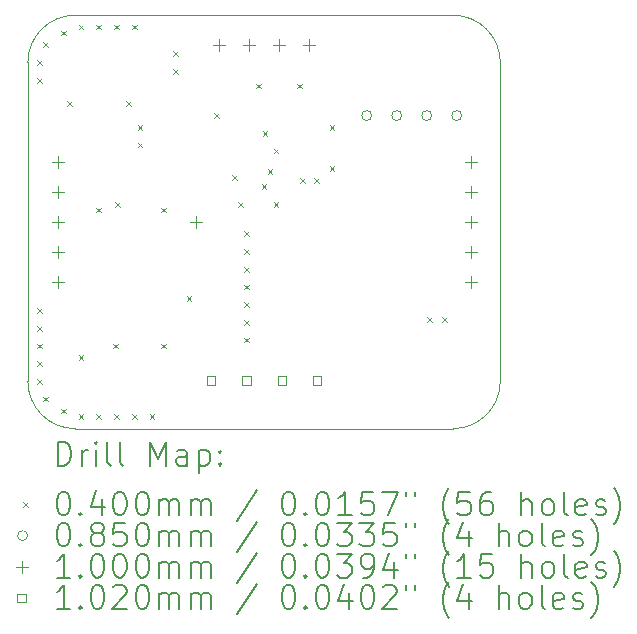
<source format=gbr>
%TF.GenerationSoftware,KiCad,Pcbnew,(6.0.7)*%
%TF.CreationDate,2022-11-19T14:13:47-06:00*%
%TF.ProjectId,BPS-Amperes,4250532d-416d-4706-9572-65732e6b6963,rev?*%
%TF.SameCoordinates,Original*%
%TF.FileFunction,Drillmap*%
%TF.FilePolarity,Positive*%
%FSLAX45Y45*%
G04 Gerber Fmt 4.5, Leading zero omitted, Abs format (unit mm)*
G04 Created by KiCad (PCBNEW (6.0.7)) date 2022-11-19 14:13:47*
%MOMM*%
%LPD*%
G01*
G04 APERTURE LIST*
%ADD10C,0.050000*%
%ADD11C,0.200000*%
%ADD12C,0.040000*%
%ADD13C,0.085000*%
%ADD14C,0.100000*%
%ADD15C,0.102000*%
G04 APERTURE END LIST*
D10*
X15500000Y-9900000D02*
X15500000Y-12600000D01*
X15100000Y-13000000D02*
G75*
G03*
X15500000Y-12600000I0J400000D01*
G01*
X11900000Y-9500000D02*
G75*
G03*
X11500000Y-9900000I0J-400000D01*
G01*
X11900000Y-9500000D02*
X15100000Y-9500000D01*
X15500000Y-9900000D02*
G75*
G03*
X15100000Y-9500000I-400000J0D01*
G01*
X15100000Y-13000000D02*
X11900000Y-13000000D01*
X11500000Y-12600000D02*
X11500000Y-9900000D01*
X11500000Y-12600000D02*
G75*
G03*
X11900000Y-13000000I400000J0D01*
G01*
D11*
D12*
X11580000Y-9880000D02*
X11620000Y-9920000D01*
X11620000Y-9880000D02*
X11580000Y-9920000D01*
X11580000Y-10030000D02*
X11620000Y-10070000D01*
X11620000Y-10030000D02*
X11580000Y-10070000D01*
X11580000Y-11980000D02*
X11620000Y-12020000D01*
X11620000Y-11980000D02*
X11580000Y-12020000D01*
X11580000Y-12130000D02*
X11620000Y-12170000D01*
X11620000Y-12130000D02*
X11580000Y-12170000D01*
X11580000Y-12280000D02*
X11620000Y-12320000D01*
X11620000Y-12280000D02*
X11580000Y-12320000D01*
X11580000Y-12430000D02*
X11620000Y-12470000D01*
X11620000Y-12430000D02*
X11580000Y-12470000D01*
X11580000Y-12580000D02*
X11620000Y-12620000D01*
X11620000Y-12580000D02*
X11580000Y-12620000D01*
X11630000Y-9730000D02*
X11670000Y-9770000D01*
X11670000Y-9730000D02*
X11630000Y-9770000D01*
X11630000Y-12730000D02*
X11670000Y-12770000D01*
X11670000Y-12730000D02*
X11630000Y-12770000D01*
X11780000Y-9630000D02*
X11820000Y-9670000D01*
X11820000Y-9630000D02*
X11780000Y-9670000D01*
X11780000Y-12830000D02*
X11820000Y-12870000D01*
X11820000Y-12830000D02*
X11780000Y-12870000D01*
X11830000Y-10230000D02*
X11870000Y-10270000D01*
X11870000Y-10230000D02*
X11830000Y-10270000D01*
X11930000Y-9580000D02*
X11970000Y-9620000D01*
X11970000Y-9580000D02*
X11930000Y-9620000D01*
X11930000Y-12380000D02*
X11970000Y-12420000D01*
X11970000Y-12380000D02*
X11930000Y-12420000D01*
X11930000Y-12880000D02*
X11970000Y-12920000D01*
X11970000Y-12880000D02*
X11930000Y-12920000D01*
X12080000Y-9580000D02*
X12120000Y-9620000D01*
X12120000Y-9580000D02*
X12080000Y-9620000D01*
X12080000Y-11130000D02*
X12120000Y-11170000D01*
X12120000Y-11130000D02*
X12080000Y-11170000D01*
X12080000Y-12880000D02*
X12120000Y-12920000D01*
X12120000Y-12880000D02*
X12080000Y-12920000D01*
X12223250Y-12280000D02*
X12263250Y-12320000D01*
X12263250Y-12280000D02*
X12223250Y-12320000D01*
X12230000Y-9580000D02*
X12270000Y-9620000D01*
X12270000Y-9580000D02*
X12230000Y-9620000D01*
X12230000Y-12880000D02*
X12270000Y-12920000D01*
X12270000Y-12880000D02*
X12230000Y-12920000D01*
X12240000Y-11080000D02*
X12280000Y-11120000D01*
X12280000Y-11080000D02*
X12240000Y-11120000D01*
X12330000Y-10230000D02*
X12370000Y-10270000D01*
X12370000Y-10230000D02*
X12330000Y-10270000D01*
X12380000Y-9580000D02*
X12420000Y-9620000D01*
X12420000Y-9580000D02*
X12380000Y-9620000D01*
X12380000Y-12880000D02*
X12420000Y-12920000D01*
X12420000Y-12880000D02*
X12380000Y-12920000D01*
X12430000Y-10430000D02*
X12470000Y-10470000D01*
X12470000Y-10430000D02*
X12430000Y-10470000D01*
X12430000Y-10580000D02*
X12470000Y-10620000D01*
X12470000Y-10580000D02*
X12430000Y-10620000D01*
X12530000Y-12880000D02*
X12570000Y-12920000D01*
X12570000Y-12880000D02*
X12530000Y-12920000D01*
X12630000Y-11130000D02*
X12670000Y-11170000D01*
X12670000Y-11130000D02*
X12630000Y-11170000D01*
X12630000Y-12280000D02*
X12670000Y-12320000D01*
X12670000Y-12280000D02*
X12630000Y-12320000D01*
X12730000Y-9805000D02*
X12770000Y-9845000D01*
X12770000Y-9805000D02*
X12730000Y-9845000D01*
X12730000Y-9955000D02*
X12770000Y-9995000D01*
X12770000Y-9955000D02*
X12730000Y-9995000D01*
X12845000Y-11880000D02*
X12885000Y-11920000D01*
X12885000Y-11880000D02*
X12845000Y-11920000D01*
X13080000Y-10330000D02*
X13120000Y-10370000D01*
X13120000Y-10330000D02*
X13080000Y-10370000D01*
X13230000Y-10855000D02*
X13270000Y-10895000D01*
X13270000Y-10855000D02*
X13230000Y-10895000D01*
X13280000Y-11080000D02*
X13320000Y-11120000D01*
X13320000Y-11080000D02*
X13280000Y-11120000D01*
X13330000Y-11330000D02*
X13370000Y-11370000D01*
X13370000Y-11330000D02*
X13330000Y-11370000D01*
X13330000Y-11480000D02*
X13370000Y-11520000D01*
X13370000Y-11480000D02*
X13330000Y-11520000D01*
X13330000Y-11630000D02*
X13370000Y-11670000D01*
X13370000Y-11630000D02*
X13330000Y-11670000D01*
X13330000Y-11780000D02*
X13370000Y-11820000D01*
X13370000Y-11780000D02*
X13330000Y-11820000D01*
X13330000Y-11930000D02*
X13370000Y-11970000D01*
X13370000Y-11930000D02*
X13330000Y-11970000D01*
X13330000Y-12080000D02*
X13370000Y-12120000D01*
X13370000Y-12080000D02*
X13330000Y-12120000D01*
X13330000Y-12230000D02*
X13370000Y-12270000D01*
X13370000Y-12230000D02*
X13330000Y-12270000D01*
X13430000Y-10080000D02*
X13470000Y-10120000D01*
X13470000Y-10080000D02*
X13430000Y-10120000D01*
X13480000Y-10930000D02*
X13520000Y-10970000D01*
X13520000Y-10930000D02*
X13480000Y-10970000D01*
X13487500Y-10480000D02*
X13527500Y-10520000D01*
X13527500Y-10480000D02*
X13487500Y-10520000D01*
X13530000Y-10805000D02*
X13570000Y-10845000D01*
X13570000Y-10805000D02*
X13530000Y-10845000D01*
X13580000Y-10630000D02*
X13620000Y-10670000D01*
X13620000Y-10630000D02*
X13580000Y-10670000D01*
X13580000Y-11080000D02*
X13620000Y-11120000D01*
X13620000Y-11080000D02*
X13580000Y-11120000D01*
X13780000Y-10080000D02*
X13820000Y-10120000D01*
X13820000Y-10080000D02*
X13780000Y-10120000D01*
X13805000Y-10880000D02*
X13845000Y-10920000D01*
X13845000Y-10880000D02*
X13805000Y-10920000D01*
X13925000Y-10880000D02*
X13965000Y-10920000D01*
X13965000Y-10880000D02*
X13925000Y-10920000D01*
X14055000Y-10430000D02*
X14095000Y-10470000D01*
X14095000Y-10430000D02*
X14055000Y-10470000D01*
X14055000Y-10780000D02*
X14095000Y-10820000D01*
X14095000Y-10780000D02*
X14055000Y-10820000D01*
X14880000Y-12055000D02*
X14920000Y-12095000D01*
X14920000Y-12055000D02*
X14880000Y-12095000D01*
X15005000Y-12055000D02*
X15045000Y-12095000D01*
X15045000Y-12055000D02*
X15005000Y-12095000D01*
D13*
X14411500Y-10350000D02*
G75*
G03*
X14411500Y-10350000I-42500J0D01*
G01*
X14665500Y-10350000D02*
G75*
G03*
X14665500Y-10350000I-42500J0D01*
G01*
X14919500Y-10350000D02*
G75*
G03*
X14919500Y-10350000I-42500J0D01*
G01*
X15173500Y-10350000D02*
G75*
G03*
X15173500Y-10350000I-42500J0D01*
G01*
D14*
X11752500Y-10692000D02*
X11752500Y-10792000D01*
X11702500Y-10742000D02*
X11802500Y-10742000D01*
X11752500Y-10946000D02*
X11752500Y-11046000D01*
X11702500Y-10996000D02*
X11802500Y-10996000D01*
X11752500Y-11200000D02*
X11752500Y-11300000D01*
X11702500Y-11250000D02*
X11802500Y-11250000D01*
X11752500Y-11454000D02*
X11752500Y-11554000D01*
X11702500Y-11504000D02*
X11802500Y-11504000D01*
X11752500Y-11708000D02*
X11752500Y-11808000D01*
X11702500Y-11758000D02*
X11802500Y-11758000D01*
X12925000Y-11200000D02*
X12925000Y-11300000D01*
X12875000Y-11250000D02*
X12975000Y-11250000D01*
X13120000Y-9700000D02*
X13120000Y-9800000D01*
X13070000Y-9750000D02*
X13170000Y-9750000D01*
X13374000Y-9700000D02*
X13374000Y-9800000D01*
X13324000Y-9750000D02*
X13424000Y-9750000D01*
X13628000Y-9700000D02*
X13628000Y-9800000D01*
X13578000Y-9750000D02*
X13678000Y-9750000D01*
X13882000Y-9700000D02*
X13882000Y-9800000D01*
X13832000Y-9750000D02*
X13932000Y-9750000D01*
X15250000Y-10692500D02*
X15250000Y-10792500D01*
X15200000Y-10742500D02*
X15300000Y-10742500D01*
X15250000Y-10946500D02*
X15250000Y-11046500D01*
X15200000Y-10996500D02*
X15300000Y-10996500D01*
X15250000Y-11200500D02*
X15250000Y-11300500D01*
X15200000Y-11250500D02*
X15300000Y-11250500D01*
X15250000Y-11454500D02*
X15250000Y-11554500D01*
X15200000Y-11504500D02*
X15300000Y-11504500D01*
X15250000Y-11708500D02*
X15250000Y-11808500D01*
X15200000Y-11758500D02*
X15300000Y-11758500D01*
D15*
X13086063Y-12627563D02*
X13086063Y-12555437D01*
X13013937Y-12555437D01*
X13013937Y-12627563D01*
X13086063Y-12627563D01*
X13386063Y-12627563D02*
X13386063Y-12555437D01*
X13313937Y-12555437D01*
X13313937Y-12627563D01*
X13386063Y-12627563D01*
X13686063Y-12627563D02*
X13686063Y-12555437D01*
X13613937Y-12555437D01*
X13613937Y-12627563D01*
X13686063Y-12627563D01*
X13986063Y-12627563D02*
X13986063Y-12555437D01*
X13913937Y-12555437D01*
X13913937Y-12627563D01*
X13986063Y-12627563D01*
D11*
X11755119Y-13312976D02*
X11755119Y-13112976D01*
X11802738Y-13112976D01*
X11831309Y-13122500D01*
X11850357Y-13141548D01*
X11859881Y-13160595D01*
X11869405Y-13198690D01*
X11869405Y-13227262D01*
X11859881Y-13265357D01*
X11850357Y-13284405D01*
X11831309Y-13303452D01*
X11802738Y-13312976D01*
X11755119Y-13312976D01*
X11955119Y-13312976D02*
X11955119Y-13179643D01*
X11955119Y-13217738D02*
X11964643Y-13198690D01*
X11974167Y-13189167D01*
X11993214Y-13179643D01*
X12012262Y-13179643D01*
X12078928Y-13312976D02*
X12078928Y-13179643D01*
X12078928Y-13112976D02*
X12069405Y-13122500D01*
X12078928Y-13132024D01*
X12088452Y-13122500D01*
X12078928Y-13112976D01*
X12078928Y-13132024D01*
X12202738Y-13312976D02*
X12183690Y-13303452D01*
X12174167Y-13284405D01*
X12174167Y-13112976D01*
X12307500Y-13312976D02*
X12288452Y-13303452D01*
X12278928Y-13284405D01*
X12278928Y-13112976D01*
X12536071Y-13312976D02*
X12536071Y-13112976D01*
X12602738Y-13255833D01*
X12669405Y-13112976D01*
X12669405Y-13312976D01*
X12850357Y-13312976D02*
X12850357Y-13208214D01*
X12840833Y-13189167D01*
X12821786Y-13179643D01*
X12783690Y-13179643D01*
X12764643Y-13189167D01*
X12850357Y-13303452D02*
X12831309Y-13312976D01*
X12783690Y-13312976D01*
X12764643Y-13303452D01*
X12755119Y-13284405D01*
X12755119Y-13265357D01*
X12764643Y-13246309D01*
X12783690Y-13236786D01*
X12831309Y-13236786D01*
X12850357Y-13227262D01*
X12945595Y-13179643D02*
X12945595Y-13379643D01*
X12945595Y-13189167D02*
X12964643Y-13179643D01*
X13002738Y-13179643D01*
X13021786Y-13189167D01*
X13031309Y-13198690D01*
X13040833Y-13217738D01*
X13040833Y-13274881D01*
X13031309Y-13293928D01*
X13021786Y-13303452D01*
X13002738Y-13312976D01*
X12964643Y-13312976D01*
X12945595Y-13303452D01*
X13126548Y-13293928D02*
X13136071Y-13303452D01*
X13126548Y-13312976D01*
X13117024Y-13303452D01*
X13126548Y-13293928D01*
X13126548Y-13312976D01*
X13126548Y-13189167D02*
X13136071Y-13198690D01*
X13126548Y-13208214D01*
X13117024Y-13198690D01*
X13126548Y-13189167D01*
X13126548Y-13208214D01*
D12*
X11457500Y-13622500D02*
X11497500Y-13662500D01*
X11497500Y-13622500D02*
X11457500Y-13662500D01*
D11*
X11793214Y-13532976D02*
X11812262Y-13532976D01*
X11831309Y-13542500D01*
X11840833Y-13552024D01*
X11850357Y-13571071D01*
X11859881Y-13609167D01*
X11859881Y-13656786D01*
X11850357Y-13694881D01*
X11840833Y-13713928D01*
X11831309Y-13723452D01*
X11812262Y-13732976D01*
X11793214Y-13732976D01*
X11774167Y-13723452D01*
X11764643Y-13713928D01*
X11755119Y-13694881D01*
X11745595Y-13656786D01*
X11745595Y-13609167D01*
X11755119Y-13571071D01*
X11764643Y-13552024D01*
X11774167Y-13542500D01*
X11793214Y-13532976D01*
X11945595Y-13713928D02*
X11955119Y-13723452D01*
X11945595Y-13732976D01*
X11936071Y-13723452D01*
X11945595Y-13713928D01*
X11945595Y-13732976D01*
X12126548Y-13599643D02*
X12126548Y-13732976D01*
X12078928Y-13523452D02*
X12031309Y-13666309D01*
X12155119Y-13666309D01*
X12269405Y-13532976D02*
X12288452Y-13532976D01*
X12307500Y-13542500D01*
X12317024Y-13552024D01*
X12326548Y-13571071D01*
X12336071Y-13609167D01*
X12336071Y-13656786D01*
X12326548Y-13694881D01*
X12317024Y-13713928D01*
X12307500Y-13723452D01*
X12288452Y-13732976D01*
X12269405Y-13732976D01*
X12250357Y-13723452D01*
X12240833Y-13713928D01*
X12231309Y-13694881D01*
X12221786Y-13656786D01*
X12221786Y-13609167D01*
X12231309Y-13571071D01*
X12240833Y-13552024D01*
X12250357Y-13542500D01*
X12269405Y-13532976D01*
X12459881Y-13532976D02*
X12478928Y-13532976D01*
X12497976Y-13542500D01*
X12507500Y-13552024D01*
X12517024Y-13571071D01*
X12526548Y-13609167D01*
X12526548Y-13656786D01*
X12517024Y-13694881D01*
X12507500Y-13713928D01*
X12497976Y-13723452D01*
X12478928Y-13732976D01*
X12459881Y-13732976D01*
X12440833Y-13723452D01*
X12431309Y-13713928D01*
X12421786Y-13694881D01*
X12412262Y-13656786D01*
X12412262Y-13609167D01*
X12421786Y-13571071D01*
X12431309Y-13552024D01*
X12440833Y-13542500D01*
X12459881Y-13532976D01*
X12612262Y-13732976D02*
X12612262Y-13599643D01*
X12612262Y-13618690D02*
X12621786Y-13609167D01*
X12640833Y-13599643D01*
X12669405Y-13599643D01*
X12688452Y-13609167D01*
X12697976Y-13628214D01*
X12697976Y-13732976D01*
X12697976Y-13628214D02*
X12707500Y-13609167D01*
X12726548Y-13599643D01*
X12755119Y-13599643D01*
X12774167Y-13609167D01*
X12783690Y-13628214D01*
X12783690Y-13732976D01*
X12878928Y-13732976D02*
X12878928Y-13599643D01*
X12878928Y-13618690D02*
X12888452Y-13609167D01*
X12907500Y-13599643D01*
X12936071Y-13599643D01*
X12955119Y-13609167D01*
X12964643Y-13628214D01*
X12964643Y-13732976D01*
X12964643Y-13628214D02*
X12974167Y-13609167D01*
X12993214Y-13599643D01*
X13021786Y-13599643D01*
X13040833Y-13609167D01*
X13050357Y-13628214D01*
X13050357Y-13732976D01*
X13440833Y-13523452D02*
X13269405Y-13780595D01*
X13697976Y-13532976D02*
X13717024Y-13532976D01*
X13736071Y-13542500D01*
X13745595Y-13552024D01*
X13755119Y-13571071D01*
X13764643Y-13609167D01*
X13764643Y-13656786D01*
X13755119Y-13694881D01*
X13745595Y-13713928D01*
X13736071Y-13723452D01*
X13717024Y-13732976D01*
X13697976Y-13732976D01*
X13678928Y-13723452D01*
X13669405Y-13713928D01*
X13659881Y-13694881D01*
X13650357Y-13656786D01*
X13650357Y-13609167D01*
X13659881Y-13571071D01*
X13669405Y-13552024D01*
X13678928Y-13542500D01*
X13697976Y-13532976D01*
X13850357Y-13713928D02*
X13859881Y-13723452D01*
X13850357Y-13732976D01*
X13840833Y-13723452D01*
X13850357Y-13713928D01*
X13850357Y-13732976D01*
X13983690Y-13532976D02*
X14002738Y-13532976D01*
X14021786Y-13542500D01*
X14031309Y-13552024D01*
X14040833Y-13571071D01*
X14050357Y-13609167D01*
X14050357Y-13656786D01*
X14040833Y-13694881D01*
X14031309Y-13713928D01*
X14021786Y-13723452D01*
X14002738Y-13732976D01*
X13983690Y-13732976D01*
X13964643Y-13723452D01*
X13955119Y-13713928D01*
X13945595Y-13694881D01*
X13936071Y-13656786D01*
X13936071Y-13609167D01*
X13945595Y-13571071D01*
X13955119Y-13552024D01*
X13964643Y-13542500D01*
X13983690Y-13532976D01*
X14240833Y-13732976D02*
X14126548Y-13732976D01*
X14183690Y-13732976D02*
X14183690Y-13532976D01*
X14164643Y-13561548D01*
X14145595Y-13580595D01*
X14126548Y-13590119D01*
X14421786Y-13532976D02*
X14326548Y-13532976D01*
X14317024Y-13628214D01*
X14326548Y-13618690D01*
X14345595Y-13609167D01*
X14393214Y-13609167D01*
X14412262Y-13618690D01*
X14421786Y-13628214D01*
X14431309Y-13647262D01*
X14431309Y-13694881D01*
X14421786Y-13713928D01*
X14412262Y-13723452D01*
X14393214Y-13732976D01*
X14345595Y-13732976D01*
X14326548Y-13723452D01*
X14317024Y-13713928D01*
X14497976Y-13532976D02*
X14631309Y-13532976D01*
X14545595Y-13732976D01*
X14697976Y-13532976D02*
X14697976Y-13571071D01*
X14774167Y-13532976D02*
X14774167Y-13571071D01*
X15069405Y-13809167D02*
X15059881Y-13799643D01*
X15040833Y-13771071D01*
X15031309Y-13752024D01*
X15021786Y-13723452D01*
X15012262Y-13675833D01*
X15012262Y-13637738D01*
X15021786Y-13590119D01*
X15031309Y-13561548D01*
X15040833Y-13542500D01*
X15059881Y-13513928D01*
X15069405Y-13504405D01*
X15240833Y-13532976D02*
X15145595Y-13532976D01*
X15136071Y-13628214D01*
X15145595Y-13618690D01*
X15164643Y-13609167D01*
X15212262Y-13609167D01*
X15231309Y-13618690D01*
X15240833Y-13628214D01*
X15250357Y-13647262D01*
X15250357Y-13694881D01*
X15240833Y-13713928D01*
X15231309Y-13723452D01*
X15212262Y-13732976D01*
X15164643Y-13732976D01*
X15145595Y-13723452D01*
X15136071Y-13713928D01*
X15421786Y-13532976D02*
X15383690Y-13532976D01*
X15364643Y-13542500D01*
X15355119Y-13552024D01*
X15336071Y-13580595D01*
X15326548Y-13618690D01*
X15326548Y-13694881D01*
X15336071Y-13713928D01*
X15345595Y-13723452D01*
X15364643Y-13732976D01*
X15402738Y-13732976D01*
X15421786Y-13723452D01*
X15431309Y-13713928D01*
X15440833Y-13694881D01*
X15440833Y-13647262D01*
X15431309Y-13628214D01*
X15421786Y-13618690D01*
X15402738Y-13609167D01*
X15364643Y-13609167D01*
X15345595Y-13618690D01*
X15336071Y-13628214D01*
X15326548Y-13647262D01*
X15678928Y-13732976D02*
X15678928Y-13532976D01*
X15764643Y-13732976D02*
X15764643Y-13628214D01*
X15755119Y-13609167D01*
X15736071Y-13599643D01*
X15707500Y-13599643D01*
X15688452Y-13609167D01*
X15678928Y-13618690D01*
X15888452Y-13732976D02*
X15869405Y-13723452D01*
X15859881Y-13713928D01*
X15850357Y-13694881D01*
X15850357Y-13637738D01*
X15859881Y-13618690D01*
X15869405Y-13609167D01*
X15888452Y-13599643D01*
X15917024Y-13599643D01*
X15936071Y-13609167D01*
X15945595Y-13618690D01*
X15955119Y-13637738D01*
X15955119Y-13694881D01*
X15945595Y-13713928D01*
X15936071Y-13723452D01*
X15917024Y-13732976D01*
X15888452Y-13732976D01*
X16069405Y-13732976D02*
X16050357Y-13723452D01*
X16040833Y-13704405D01*
X16040833Y-13532976D01*
X16221786Y-13723452D02*
X16202738Y-13732976D01*
X16164643Y-13732976D01*
X16145595Y-13723452D01*
X16136071Y-13704405D01*
X16136071Y-13628214D01*
X16145595Y-13609167D01*
X16164643Y-13599643D01*
X16202738Y-13599643D01*
X16221786Y-13609167D01*
X16231309Y-13628214D01*
X16231309Y-13647262D01*
X16136071Y-13666309D01*
X16307500Y-13723452D02*
X16326548Y-13732976D01*
X16364643Y-13732976D01*
X16383690Y-13723452D01*
X16393214Y-13704405D01*
X16393214Y-13694881D01*
X16383690Y-13675833D01*
X16364643Y-13666309D01*
X16336071Y-13666309D01*
X16317024Y-13656786D01*
X16307500Y-13637738D01*
X16307500Y-13628214D01*
X16317024Y-13609167D01*
X16336071Y-13599643D01*
X16364643Y-13599643D01*
X16383690Y-13609167D01*
X16459881Y-13809167D02*
X16469405Y-13799643D01*
X16488452Y-13771071D01*
X16497976Y-13752024D01*
X16507500Y-13723452D01*
X16517024Y-13675833D01*
X16517024Y-13637738D01*
X16507500Y-13590119D01*
X16497976Y-13561548D01*
X16488452Y-13542500D01*
X16469405Y-13513928D01*
X16459881Y-13504405D01*
D13*
X11497500Y-13906500D02*
G75*
G03*
X11497500Y-13906500I-42500J0D01*
G01*
D11*
X11793214Y-13796976D02*
X11812262Y-13796976D01*
X11831309Y-13806500D01*
X11840833Y-13816024D01*
X11850357Y-13835071D01*
X11859881Y-13873167D01*
X11859881Y-13920786D01*
X11850357Y-13958881D01*
X11840833Y-13977928D01*
X11831309Y-13987452D01*
X11812262Y-13996976D01*
X11793214Y-13996976D01*
X11774167Y-13987452D01*
X11764643Y-13977928D01*
X11755119Y-13958881D01*
X11745595Y-13920786D01*
X11745595Y-13873167D01*
X11755119Y-13835071D01*
X11764643Y-13816024D01*
X11774167Y-13806500D01*
X11793214Y-13796976D01*
X11945595Y-13977928D02*
X11955119Y-13987452D01*
X11945595Y-13996976D01*
X11936071Y-13987452D01*
X11945595Y-13977928D01*
X11945595Y-13996976D01*
X12069405Y-13882690D02*
X12050357Y-13873167D01*
X12040833Y-13863643D01*
X12031309Y-13844595D01*
X12031309Y-13835071D01*
X12040833Y-13816024D01*
X12050357Y-13806500D01*
X12069405Y-13796976D01*
X12107500Y-13796976D01*
X12126548Y-13806500D01*
X12136071Y-13816024D01*
X12145595Y-13835071D01*
X12145595Y-13844595D01*
X12136071Y-13863643D01*
X12126548Y-13873167D01*
X12107500Y-13882690D01*
X12069405Y-13882690D01*
X12050357Y-13892214D01*
X12040833Y-13901738D01*
X12031309Y-13920786D01*
X12031309Y-13958881D01*
X12040833Y-13977928D01*
X12050357Y-13987452D01*
X12069405Y-13996976D01*
X12107500Y-13996976D01*
X12126548Y-13987452D01*
X12136071Y-13977928D01*
X12145595Y-13958881D01*
X12145595Y-13920786D01*
X12136071Y-13901738D01*
X12126548Y-13892214D01*
X12107500Y-13882690D01*
X12326548Y-13796976D02*
X12231309Y-13796976D01*
X12221786Y-13892214D01*
X12231309Y-13882690D01*
X12250357Y-13873167D01*
X12297976Y-13873167D01*
X12317024Y-13882690D01*
X12326548Y-13892214D01*
X12336071Y-13911262D01*
X12336071Y-13958881D01*
X12326548Y-13977928D01*
X12317024Y-13987452D01*
X12297976Y-13996976D01*
X12250357Y-13996976D01*
X12231309Y-13987452D01*
X12221786Y-13977928D01*
X12459881Y-13796976D02*
X12478928Y-13796976D01*
X12497976Y-13806500D01*
X12507500Y-13816024D01*
X12517024Y-13835071D01*
X12526548Y-13873167D01*
X12526548Y-13920786D01*
X12517024Y-13958881D01*
X12507500Y-13977928D01*
X12497976Y-13987452D01*
X12478928Y-13996976D01*
X12459881Y-13996976D01*
X12440833Y-13987452D01*
X12431309Y-13977928D01*
X12421786Y-13958881D01*
X12412262Y-13920786D01*
X12412262Y-13873167D01*
X12421786Y-13835071D01*
X12431309Y-13816024D01*
X12440833Y-13806500D01*
X12459881Y-13796976D01*
X12612262Y-13996976D02*
X12612262Y-13863643D01*
X12612262Y-13882690D02*
X12621786Y-13873167D01*
X12640833Y-13863643D01*
X12669405Y-13863643D01*
X12688452Y-13873167D01*
X12697976Y-13892214D01*
X12697976Y-13996976D01*
X12697976Y-13892214D02*
X12707500Y-13873167D01*
X12726548Y-13863643D01*
X12755119Y-13863643D01*
X12774167Y-13873167D01*
X12783690Y-13892214D01*
X12783690Y-13996976D01*
X12878928Y-13996976D02*
X12878928Y-13863643D01*
X12878928Y-13882690D02*
X12888452Y-13873167D01*
X12907500Y-13863643D01*
X12936071Y-13863643D01*
X12955119Y-13873167D01*
X12964643Y-13892214D01*
X12964643Y-13996976D01*
X12964643Y-13892214D02*
X12974167Y-13873167D01*
X12993214Y-13863643D01*
X13021786Y-13863643D01*
X13040833Y-13873167D01*
X13050357Y-13892214D01*
X13050357Y-13996976D01*
X13440833Y-13787452D02*
X13269405Y-14044595D01*
X13697976Y-13796976D02*
X13717024Y-13796976D01*
X13736071Y-13806500D01*
X13745595Y-13816024D01*
X13755119Y-13835071D01*
X13764643Y-13873167D01*
X13764643Y-13920786D01*
X13755119Y-13958881D01*
X13745595Y-13977928D01*
X13736071Y-13987452D01*
X13717024Y-13996976D01*
X13697976Y-13996976D01*
X13678928Y-13987452D01*
X13669405Y-13977928D01*
X13659881Y-13958881D01*
X13650357Y-13920786D01*
X13650357Y-13873167D01*
X13659881Y-13835071D01*
X13669405Y-13816024D01*
X13678928Y-13806500D01*
X13697976Y-13796976D01*
X13850357Y-13977928D02*
X13859881Y-13987452D01*
X13850357Y-13996976D01*
X13840833Y-13987452D01*
X13850357Y-13977928D01*
X13850357Y-13996976D01*
X13983690Y-13796976D02*
X14002738Y-13796976D01*
X14021786Y-13806500D01*
X14031309Y-13816024D01*
X14040833Y-13835071D01*
X14050357Y-13873167D01*
X14050357Y-13920786D01*
X14040833Y-13958881D01*
X14031309Y-13977928D01*
X14021786Y-13987452D01*
X14002738Y-13996976D01*
X13983690Y-13996976D01*
X13964643Y-13987452D01*
X13955119Y-13977928D01*
X13945595Y-13958881D01*
X13936071Y-13920786D01*
X13936071Y-13873167D01*
X13945595Y-13835071D01*
X13955119Y-13816024D01*
X13964643Y-13806500D01*
X13983690Y-13796976D01*
X14117024Y-13796976D02*
X14240833Y-13796976D01*
X14174167Y-13873167D01*
X14202738Y-13873167D01*
X14221786Y-13882690D01*
X14231309Y-13892214D01*
X14240833Y-13911262D01*
X14240833Y-13958881D01*
X14231309Y-13977928D01*
X14221786Y-13987452D01*
X14202738Y-13996976D01*
X14145595Y-13996976D01*
X14126548Y-13987452D01*
X14117024Y-13977928D01*
X14307500Y-13796976D02*
X14431309Y-13796976D01*
X14364643Y-13873167D01*
X14393214Y-13873167D01*
X14412262Y-13882690D01*
X14421786Y-13892214D01*
X14431309Y-13911262D01*
X14431309Y-13958881D01*
X14421786Y-13977928D01*
X14412262Y-13987452D01*
X14393214Y-13996976D01*
X14336071Y-13996976D01*
X14317024Y-13987452D01*
X14307500Y-13977928D01*
X14612262Y-13796976D02*
X14517024Y-13796976D01*
X14507500Y-13892214D01*
X14517024Y-13882690D01*
X14536071Y-13873167D01*
X14583690Y-13873167D01*
X14602738Y-13882690D01*
X14612262Y-13892214D01*
X14621786Y-13911262D01*
X14621786Y-13958881D01*
X14612262Y-13977928D01*
X14602738Y-13987452D01*
X14583690Y-13996976D01*
X14536071Y-13996976D01*
X14517024Y-13987452D01*
X14507500Y-13977928D01*
X14697976Y-13796976D02*
X14697976Y-13835071D01*
X14774167Y-13796976D02*
X14774167Y-13835071D01*
X15069405Y-14073167D02*
X15059881Y-14063643D01*
X15040833Y-14035071D01*
X15031309Y-14016024D01*
X15021786Y-13987452D01*
X15012262Y-13939833D01*
X15012262Y-13901738D01*
X15021786Y-13854119D01*
X15031309Y-13825548D01*
X15040833Y-13806500D01*
X15059881Y-13777928D01*
X15069405Y-13768405D01*
X15231309Y-13863643D02*
X15231309Y-13996976D01*
X15183690Y-13787452D02*
X15136071Y-13930309D01*
X15259881Y-13930309D01*
X15488452Y-13996976D02*
X15488452Y-13796976D01*
X15574167Y-13996976D02*
X15574167Y-13892214D01*
X15564643Y-13873167D01*
X15545595Y-13863643D01*
X15517024Y-13863643D01*
X15497976Y-13873167D01*
X15488452Y-13882690D01*
X15697976Y-13996976D02*
X15678928Y-13987452D01*
X15669405Y-13977928D01*
X15659881Y-13958881D01*
X15659881Y-13901738D01*
X15669405Y-13882690D01*
X15678928Y-13873167D01*
X15697976Y-13863643D01*
X15726548Y-13863643D01*
X15745595Y-13873167D01*
X15755119Y-13882690D01*
X15764643Y-13901738D01*
X15764643Y-13958881D01*
X15755119Y-13977928D01*
X15745595Y-13987452D01*
X15726548Y-13996976D01*
X15697976Y-13996976D01*
X15878928Y-13996976D02*
X15859881Y-13987452D01*
X15850357Y-13968405D01*
X15850357Y-13796976D01*
X16031309Y-13987452D02*
X16012262Y-13996976D01*
X15974167Y-13996976D01*
X15955119Y-13987452D01*
X15945595Y-13968405D01*
X15945595Y-13892214D01*
X15955119Y-13873167D01*
X15974167Y-13863643D01*
X16012262Y-13863643D01*
X16031309Y-13873167D01*
X16040833Y-13892214D01*
X16040833Y-13911262D01*
X15945595Y-13930309D01*
X16117024Y-13987452D02*
X16136071Y-13996976D01*
X16174167Y-13996976D01*
X16193214Y-13987452D01*
X16202738Y-13968405D01*
X16202738Y-13958881D01*
X16193214Y-13939833D01*
X16174167Y-13930309D01*
X16145595Y-13930309D01*
X16126548Y-13920786D01*
X16117024Y-13901738D01*
X16117024Y-13892214D01*
X16126548Y-13873167D01*
X16145595Y-13863643D01*
X16174167Y-13863643D01*
X16193214Y-13873167D01*
X16269405Y-14073167D02*
X16278928Y-14063643D01*
X16297976Y-14035071D01*
X16307500Y-14016024D01*
X16317024Y-13987452D01*
X16326548Y-13939833D01*
X16326548Y-13901738D01*
X16317024Y-13854119D01*
X16307500Y-13825548D01*
X16297976Y-13806500D01*
X16278928Y-13777928D01*
X16269405Y-13768405D01*
D14*
X11447500Y-14120500D02*
X11447500Y-14220500D01*
X11397500Y-14170500D02*
X11497500Y-14170500D01*
D11*
X11859881Y-14260976D02*
X11745595Y-14260976D01*
X11802738Y-14260976D02*
X11802738Y-14060976D01*
X11783690Y-14089548D01*
X11764643Y-14108595D01*
X11745595Y-14118119D01*
X11945595Y-14241928D02*
X11955119Y-14251452D01*
X11945595Y-14260976D01*
X11936071Y-14251452D01*
X11945595Y-14241928D01*
X11945595Y-14260976D01*
X12078928Y-14060976D02*
X12097976Y-14060976D01*
X12117024Y-14070500D01*
X12126548Y-14080024D01*
X12136071Y-14099071D01*
X12145595Y-14137167D01*
X12145595Y-14184786D01*
X12136071Y-14222881D01*
X12126548Y-14241928D01*
X12117024Y-14251452D01*
X12097976Y-14260976D01*
X12078928Y-14260976D01*
X12059881Y-14251452D01*
X12050357Y-14241928D01*
X12040833Y-14222881D01*
X12031309Y-14184786D01*
X12031309Y-14137167D01*
X12040833Y-14099071D01*
X12050357Y-14080024D01*
X12059881Y-14070500D01*
X12078928Y-14060976D01*
X12269405Y-14060976D02*
X12288452Y-14060976D01*
X12307500Y-14070500D01*
X12317024Y-14080024D01*
X12326548Y-14099071D01*
X12336071Y-14137167D01*
X12336071Y-14184786D01*
X12326548Y-14222881D01*
X12317024Y-14241928D01*
X12307500Y-14251452D01*
X12288452Y-14260976D01*
X12269405Y-14260976D01*
X12250357Y-14251452D01*
X12240833Y-14241928D01*
X12231309Y-14222881D01*
X12221786Y-14184786D01*
X12221786Y-14137167D01*
X12231309Y-14099071D01*
X12240833Y-14080024D01*
X12250357Y-14070500D01*
X12269405Y-14060976D01*
X12459881Y-14060976D02*
X12478928Y-14060976D01*
X12497976Y-14070500D01*
X12507500Y-14080024D01*
X12517024Y-14099071D01*
X12526548Y-14137167D01*
X12526548Y-14184786D01*
X12517024Y-14222881D01*
X12507500Y-14241928D01*
X12497976Y-14251452D01*
X12478928Y-14260976D01*
X12459881Y-14260976D01*
X12440833Y-14251452D01*
X12431309Y-14241928D01*
X12421786Y-14222881D01*
X12412262Y-14184786D01*
X12412262Y-14137167D01*
X12421786Y-14099071D01*
X12431309Y-14080024D01*
X12440833Y-14070500D01*
X12459881Y-14060976D01*
X12612262Y-14260976D02*
X12612262Y-14127643D01*
X12612262Y-14146690D02*
X12621786Y-14137167D01*
X12640833Y-14127643D01*
X12669405Y-14127643D01*
X12688452Y-14137167D01*
X12697976Y-14156214D01*
X12697976Y-14260976D01*
X12697976Y-14156214D02*
X12707500Y-14137167D01*
X12726548Y-14127643D01*
X12755119Y-14127643D01*
X12774167Y-14137167D01*
X12783690Y-14156214D01*
X12783690Y-14260976D01*
X12878928Y-14260976D02*
X12878928Y-14127643D01*
X12878928Y-14146690D02*
X12888452Y-14137167D01*
X12907500Y-14127643D01*
X12936071Y-14127643D01*
X12955119Y-14137167D01*
X12964643Y-14156214D01*
X12964643Y-14260976D01*
X12964643Y-14156214D02*
X12974167Y-14137167D01*
X12993214Y-14127643D01*
X13021786Y-14127643D01*
X13040833Y-14137167D01*
X13050357Y-14156214D01*
X13050357Y-14260976D01*
X13440833Y-14051452D02*
X13269405Y-14308595D01*
X13697976Y-14060976D02*
X13717024Y-14060976D01*
X13736071Y-14070500D01*
X13745595Y-14080024D01*
X13755119Y-14099071D01*
X13764643Y-14137167D01*
X13764643Y-14184786D01*
X13755119Y-14222881D01*
X13745595Y-14241928D01*
X13736071Y-14251452D01*
X13717024Y-14260976D01*
X13697976Y-14260976D01*
X13678928Y-14251452D01*
X13669405Y-14241928D01*
X13659881Y-14222881D01*
X13650357Y-14184786D01*
X13650357Y-14137167D01*
X13659881Y-14099071D01*
X13669405Y-14080024D01*
X13678928Y-14070500D01*
X13697976Y-14060976D01*
X13850357Y-14241928D02*
X13859881Y-14251452D01*
X13850357Y-14260976D01*
X13840833Y-14251452D01*
X13850357Y-14241928D01*
X13850357Y-14260976D01*
X13983690Y-14060976D02*
X14002738Y-14060976D01*
X14021786Y-14070500D01*
X14031309Y-14080024D01*
X14040833Y-14099071D01*
X14050357Y-14137167D01*
X14050357Y-14184786D01*
X14040833Y-14222881D01*
X14031309Y-14241928D01*
X14021786Y-14251452D01*
X14002738Y-14260976D01*
X13983690Y-14260976D01*
X13964643Y-14251452D01*
X13955119Y-14241928D01*
X13945595Y-14222881D01*
X13936071Y-14184786D01*
X13936071Y-14137167D01*
X13945595Y-14099071D01*
X13955119Y-14080024D01*
X13964643Y-14070500D01*
X13983690Y-14060976D01*
X14117024Y-14060976D02*
X14240833Y-14060976D01*
X14174167Y-14137167D01*
X14202738Y-14137167D01*
X14221786Y-14146690D01*
X14231309Y-14156214D01*
X14240833Y-14175262D01*
X14240833Y-14222881D01*
X14231309Y-14241928D01*
X14221786Y-14251452D01*
X14202738Y-14260976D01*
X14145595Y-14260976D01*
X14126548Y-14251452D01*
X14117024Y-14241928D01*
X14336071Y-14260976D02*
X14374167Y-14260976D01*
X14393214Y-14251452D01*
X14402738Y-14241928D01*
X14421786Y-14213357D01*
X14431309Y-14175262D01*
X14431309Y-14099071D01*
X14421786Y-14080024D01*
X14412262Y-14070500D01*
X14393214Y-14060976D01*
X14355119Y-14060976D01*
X14336071Y-14070500D01*
X14326548Y-14080024D01*
X14317024Y-14099071D01*
X14317024Y-14146690D01*
X14326548Y-14165738D01*
X14336071Y-14175262D01*
X14355119Y-14184786D01*
X14393214Y-14184786D01*
X14412262Y-14175262D01*
X14421786Y-14165738D01*
X14431309Y-14146690D01*
X14602738Y-14127643D02*
X14602738Y-14260976D01*
X14555119Y-14051452D02*
X14507500Y-14194309D01*
X14631309Y-14194309D01*
X14697976Y-14060976D02*
X14697976Y-14099071D01*
X14774167Y-14060976D02*
X14774167Y-14099071D01*
X15069405Y-14337167D02*
X15059881Y-14327643D01*
X15040833Y-14299071D01*
X15031309Y-14280024D01*
X15021786Y-14251452D01*
X15012262Y-14203833D01*
X15012262Y-14165738D01*
X15021786Y-14118119D01*
X15031309Y-14089548D01*
X15040833Y-14070500D01*
X15059881Y-14041928D01*
X15069405Y-14032405D01*
X15250357Y-14260976D02*
X15136071Y-14260976D01*
X15193214Y-14260976D02*
X15193214Y-14060976D01*
X15174167Y-14089548D01*
X15155119Y-14108595D01*
X15136071Y-14118119D01*
X15431309Y-14060976D02*
X15336071Y-14060976D01*
X15326548Y-14156214D01*
X15336071Y-14146690D01*
X15355119Y-14137167D01*
X15402738Y-14137167D01*
X15421786Y-14146690D01*
X15431309Y-14156214D01*
X15440833Y-14175262D01*
X15440833Y-14222881D01*
X15431309Y-14241928D01*
X15421786Y-14251452D01*
X15402738Y-14260976D01*
X15355119Y-14260976D01*
X15336071Y-14251452D01*
X15326548Y-14241928D01*
X15678928Y-14260976D02*
X15678928Y-14060976D01*
X15764643Y-14260976D02*
X15764643Y-14156214D01*
X15755119Y-14137167D01*
X15736071Y-14127643D01*
X15707500Y-14127643D01*
X15688452Y-14137167D01*
X15678928Y-14146690D01*
X15888452Y-14260976D02*
X15869405Y-14251452D01*
X15859881Y-14241928D01*
X15850357Y-14222881D01*
X15850357Y-14165738D01*
X15859881Y-14146690D01*
X15869405Y-14137167D01*
X15888452Y-14127643D01*
X15917024Y-14127643D01*
X15936071Y-14137167D01*
X15945595Y-14146690D01*
X15955119Y-14165738D01*
X15955119Y-14222881D01*
X15945595Y-14241928D01*
X15936071Y-14251452D01*
X15917024Y-14260976D01*
X15888452Y-14260976D01*
X16069405Y-14260976D02*
X16050357Y-14251452D01*
X16040833Y-14232405D01*
X16040833Y-14060976D01*
X16221786Y-14251452D02*
X16202738Y-14260976D01*
X16164643Y-14260976D01*
X16145595Y-14251452D01*
X16136071Y-14232405D01*
X16136071Y-14156214D01*
X16145595Y-14137167D01*
X16164643Y-14127643D01*
X16202738Y-14127643D01*
X16221786Y-14137167D01*
X16231309Y-14156214D01*
X16231309Y-14175262D01*
X16136071Y-14194309D01*
X16307500Y-14251452D02*
X16326548Y-14260976D01*
X16364643Y-14260976D01*
X16383690Y-14251452D01*
X16393214Y-14232405D01*
X16393214Y-14222881D01*
X16383690Y-14203833D01*
X16364643Y-14194309D01*
X16336071Y-14194309D01*
X16317024Y-14184786D01*
X16307500Y-14165738D01*
X16307500Y-14156214D01*
X16317024Y-14137167D01*
X16336071Y-14127643D01*
X16364643Y-14127643D01*
X16383690Y-14137167D01*
X16459881Y-14337167D02*
X16469405Y-14327643D01*
X16488452Y-14299071D01*
X16497976Y-14280024D01*
X16507500Y-14251452D01*
X16517024Y-14203833D01*
X16517024Y-14165738D01*
X16507500Y-14118119D01*
X16497976Y-14089548D01*
X16488452Y-14070500D01*
X16469405Y-14041928D01*
X16459881Y-14032405D01*
D15*
X11482563Y-14470563D02*
X11482563Y-14398437D01*
X11410437Y-14398437D01*
X11410437Y-14470563D01*
X11482563Y-14470563D01*
D11*
X11859881Y-14524976D02*
X11745595Y-14524976D01*
X11802738Y-14524976D02*
X11802738Y-14324976D01*
X11783690Y-14353548D01*
X11764643Y-14372595D01*
X11745595Y-14382119D01*
X11945595Y-14505928D02*
X11955119Y-14515452D01*
X11945595Y-14524976D01*
X11936071Y-14515452D01*
X11945595Y-14505928D01*
X11945595Y-14524976D01*
X12078928Y-14324976D02*
X12097976Y-14324976D01*
X12117024Y-14334500D01*
X12126548Y-14344024D01*
X12136071Y-14363071D01*
X12145595Y-14401167D01*
X12145595Y-14448786D01*
X12136071Y-14486881D01*
X12126548Y-14505928D01*
X12117024Y-14515452D01*
X12097976Y-14524976D01*
X12078928Y-14524976D01*
X12059881Y-14515452D01*
X12050357Y-14505928D01*
X12040833Y-14486881D01*
X12031309Y-14448786D01*
X12031309Y-14401167D01*
X12040833Y-14363071D01*
X12050357Y-14344024D01*
X12059881Y-14334500D01*
X12078928Y-14324976D01*
X12221786Y-14344024D02*
X12231309Y-14334500D01*
X12250357Y-14324976D01*
X12297976Y-14324976D01*
X12317024Y-14334500D01*
X12326548Y-14344024D01*
X12336071Y-14363071D01*
X12336071Y-14382119D01*
X12326548Y-14410690D01*
X12212262Y-14524976D01*
X12336071Y-14524976D01*
X12459881Y-14324976D02*
X12478928Y-14324976D01*
X12497976Y-14334500D01*
X12507500Y-14344024D01*
X12517024Y-14363071D01*
X12526548Y-14401167D01*
X12526548Y-14448786D01*
X12517024Y-14486881D01*
X12507500Y-14505928D01*
X12497976Y-14515452D01*
X12478928Y-14524976D01*
X12459881Y-14524976D01*
X12440833Y-14515452D01*
X12431309Y-14505928D01*
X12421786Y-14486881D01*
X12412262Y-14448786D01*
X12412262Y-14401167D01*
X12421786Y-14363071D01*
X12431309Y-14344024D01*
X12440833Y-14334500D01*
X12459881Y-14324976D01*
X12612262Y-14524976D02*
X12612262Y-14391643D01*
X12612262Y-14410690D02*
X12621786Y-14401167D01*
X12640833Y-14391643D01*
X12669405Y-14391643D01*
X12688452Y-14401167D01*
X12697976Y-14420214D01*
X12697976Y-14524976D01*
X12697976Y-14420214D02*
X12707500Y-14401167D01*
X12726548Y-14391643D01*
X12755119Y-14391643D01*
X12774167Y-14401167D01*
X12783690Y-14420214D01*
X12783690Y-14524976D01*
X12878928Y-14524976D02*
X12878928Y-14391643D01*
X12878928Y-14410690D02*
X12888452Y-14401167D01*
X12907500Y-14391643D01*
X12936071Y-14391643D01*
X12955119Y-14401167D01*
X12964643Y-14420214D01*
X12964643Y-14524976D01*
X12964643Y-14420214D02*
X12974167Y-14401167D01*
X12993214Y-14391643D01*
X13021786Y-14391643D01*
X13040833Y-14401167D01*
X13050357Y-14420214D01*
X13050357Y-14524976D01*
X13440833Y-14315452D02*
X13269405Y-14572595D01*
X13697976Y-14324976D02*
X13717024Y-14324976D01*
X13736071Y-14334500D01*
X13745595Y-14344024D01*
X13755119Y-14363071D01*
X13764643Y-14401167D01*
X13764643Y-14448786D01*
X13755119Y-14486881D01*
X13745595Y-14505928D01*
X13736071Y-14515452D01*
X13717024Y-14524976D01*
X13697976Y-14524976D01*
X13678928Y-14515452D01*
X13669405Y-14505928D01*
X13659881Y-14486881D01*
X13650357Y-14448786D01*
X13650357Y-14401167D01*
X13659881Y-14363071D01*
X13669405Y-14344024D01*
X13678928Y-14334500D01*
X13697976Y-14324976D01*
X13850357Y-14505928D02*
X13859881Y-14515452D01*
X13850357Y-14524976D01*
X13840833Y-14515452D01*
X13850357Y-14505928D01*
X13850357Y-14524976D01*
X13983690Y-14324976D02*
X14002738Y-14324976D01*
X14021786Y-14334500D01*
X14031309Y-14344024D01*
X14040833Y-14363071D01*
X14050357Y-14401167D01*
X14050357Y-14448786D01*
X14040833Y-14486881D01*
X14031309Y-14505928D01*
X14021786Y-14515452D01*
X14002738Y-14524976D01*
X13983690Y-14524976D01*
X13964643Y-14515452D01*
X13955119Y-14505928D01*
X13945595Y-14486881D01*
X13936071Y-14448786D01*
X13936071Y-14401167D01*
X13945595Y-14363071D01*
X13955119Y-14344024D01*
X13964643Y-14334500D01*
X13983690Y-14324976D01*
X14221786Y-14391643D02*
X14221786Y-14524976D01*
X14174167Y-14315452D02*
X14126548Y-14458309D01*
X14250357Y-14458309D01*
X14364643Y-14324976D02*
X14383690Y-14324976D01*
X14402738Y-14334500D01*
X14412262Y-14344024D01*
X14421786Y-14363071D01*
X14431309Y-14401167D01*
X14431309Y-14448786D01*
X14421786Y-14486881D01*
X14412262Y-14505928D01*
X14402738Y-14515452D01*
X14383690Y-14524976D01*
X14364643Y-14524976D01*
X14345595Y-14515452D01*
X14336071Y-14505928D01*
X14326548Y-14486881D01*
X14317024Y-14448786D01*
X14317024Y-14401167D01*
X14326548Y-14363071D01*
X14336071Y-14344024D01*
X14345595Y-14334500D01*
X14364643Y-14324976D01*
X14507500Y-14344024D02*
X14517024Y-14334500D01*
X14536071Y-14324976D01*
X14583690Y-14324976D01*
X14602738Y-14334500D01*
X14612262Y-14344024D01*
X14621786Y-14363071D01*
X14621786Y-14382119D01*
X14612262Y-14410690D01*
X14497976Y-14524976D01*
X14621786Y-14524976D01*
X14697976Y-14324976D02*
X14697976Y-14363071D01*
X14774167Y-14324976D02*
X14774167Y-14363071D01*
X15069405Y-14601167D02*
X15059881Y-14591643D01*
X15040833Y-14563071D01*
X15031309Y-14544024D01*
X15021786Y-14515452D01*
X15012262Y-14467833D01*
X15012262Y-14429738D01*
X15021786Y-14382119D01*
X15031309Y-14353548D01*
X15040833Y-14334500D01*
X15059881Y-14305928D01*
X15069405Y-14296405D01*
X15231309Y-14391643D02*
X15231309Y-14524976D01*
X15183690Y-14315452D02*
X15136071Y-14458309D01*
X15259881Y-14458309D01*
X15488452Y-14524976D02*
X15488452Y-14324976D01*
X15574167Y-14524976D02*
X15574167Y-14420214D01*
X15564643Y-14401167D01*
X15545595Y-14391643D01*
X15517024Y-14391643D01*
X15497976Y-14401167D01*
X15488452Y-14410690D01*
X15697976Y-14524976D02*
X15678928Y-14515452D01*
X15669405Y-14505928D01*
X15659881Y-14486881D01*
X15659881Y-14429738D01*
X15669405Y-14410690D01*
X15678928Y-14401167D01*
X15697976Y-14391643D01*
X15726548Y-14391643D01*
X15745595Y-14401167D01*
X15755119Y-14410690D01*
X15764643Y-14429738D01*
X15764643Y-14486881D01*
X15755119Y-14505928D01*
X15745595Y-14515452D01*
X15726548Y-14524976D01*
X15697976Y-14524976D01*
X15878928Y-14524976D02*
X15859881Y-14515452D01*
X15850357Y-14496405D01*
X15850357Y-14324976D01*
X16031309Y-14515452D02*
X16012262Y-14524976D01*
X15974167Y-14524976D01*
X15955119Y-14515452D01*
X15945595Y-14496405D01*
X15945595Y-14420214D01*
X15955119Y-14401167D01*
X15974167Y-14391643D01*
X16012262Y-14391643D01*
X16031309Y-14401167D01*
X16040833Y-14420214D01*
X16040833Y-14439262D01*
X15945595Y-14458309D01*
X16117024Y-14515452D02*
X16136071Y-14524976D01*
X16174167Y-14524976D01*
X16193214Y-14515452D01*
X16202738Y-14496405D01*
X16202738Y-14486881D01*
X16193214Y-14467833D01*
X16174167Y-14458309D01*
X16145595Y-14458309D01*
X16126548Y-14448786D01*
X16117024Y-14429738D01*
X16117024Y-14420214D01*
X16126548Y-14401167D01*
X16145595Y-14391643D01*
X16174167Y-14391643D01*
X16193214Y-14401167D01*
X16269405Y-14601167D02*
X16278928Y-14591643D01*
X16297976Y-14563071D01*
X16307500Y-14544024D01*
X16317024Y-14515452D01*
X16326548Y-14467833D01*
X16326548Y-14429738D01*
X16317024Y-14382119D01*
X16307500Y-14353548D01*
X16297976Y-14334500D01*
X16278928Y-14305928D01*
X16269405Y-14296405D01*
M02*

</source>
